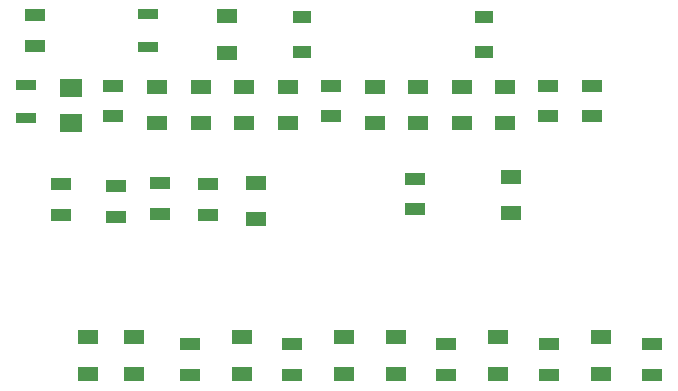
<source format=gbr>
%TF.GenerationSoftware,Altium Limited,Altium Designer,21.1.1 (26)*%
G04 Layer_Color=128*
%FSLAX26Y26*%
%MOIN*%
%TF.SameCoordinates,5075B572-C75D-40FD-B4B0-80468548393A*%
%TF.FilePolarity,Positive*%
%TF.FileFunction,Paste,Bot*%
%TF.Part,Single*%
G01*
G75*
%TA.AperFunction,SMDPad,CuDef*%
%ADD32R,0.066929X0.043307*%
%ADD33R,0.070866X0.051181*%
%ADD34R,0.059055X0.039370*%
%ADD35R,0.066929X0.037402*%
%ADD36R,0.074803X0.059055*%
D32*
X1430000Y1623820D02*
D03*
Y1726182D02*
D03*
X940000D02*
D03*
Y1623818D02*
D03*
X1840000Y2054962D02*
D03*
Y1952598D02*
D03*
X2120000Y1745000D02*
D03*
Y1642636D02*
D03*
X2565000Y2054962D02*
D03*
Y1952598D02*
D03*
X1115000D02*
D03*
Y2054962D02*
D03*
X855000Y2187600D02*
D03*
Y2289962D02*
D03*
X2910000Y1192406D02*
D03*
Y1090042D02*
D03*
X2225648Y1192404D02*
D03*
Y1090042D02*
D03*
X2567824Y1192406D02*
D03*
Y1090042D02*
D03*
X2710000Y2054962D02*
D03*
Y1952598D02*
D03*
X1269998Y1731182D02*
D03*
Y1628820D02*
D03*
X1125000Y1721182D02*
D03*
Y1618818D02*
D03*
X1712382Y1192406D02*
D03*
Y1090042D02*
D03*
X1370206Y1192406D02*
D03*
Y1090042D02*
D03*
D33*
X1261968Y2051026D02*
D03*
Y1928978D02*
D03*
X2440000Y1628976D02*
D03*
Y1751024D02*
D03*
X2421968Y1928978D02*
D03*
Y2051026D02*
D03*
X1551968Y1928978D02*
D03*
Y2051026D02*
D03*
X1696968Y1928978D02*
D03*
Y2051026D02*
D03*
X2131968Y1928978D02*
D03*
Y2051026D02*
D03*
X1495000Y2163976D02*
D03*
Y2286024D02*
D03*
X1406968Y1928978D02*
D03*
Y2051026D02*
D03*
X1590000Y1608978D02*
D03*
Y1731026D02*
D03*
X1885440Y1216026D02*
D03*
Y1093978D02*
D03*
X1030000Y1216026D02*
D03*
Y1093978D02*
D03*
X2276968Y1928978D02*
D03*
Y2051026D02*
D03*
X1543264Y1216026D02*
D03*
Y1093978D02*
D03*
X2398704Y1216026D02*
D03*
Y1093978D02*
D03*
X1986968Y2051026D02*
D03*
Y1928978D02*
D03*
X2740880Y1093978D02*
D03*
Y1216026D02*
D03*
X2056528Y1093978D02*
D03*
Y1216026D02*
D03*
X1185000Y1216024D02*
D03*
Y1093976D02*
D03*
D34*
X2350000Y2284056D02*
D03*
Y2165944D02*
D03*
X1745000Y2284056D02*
D03*
Y2165944D02*
D03*
D35*
X1230000Y2182678D02*
D03*
Y2292914D02*
D03*
X825000Y2057916D02*
D03*
Y1947680D02*
D03*
D36*
X973938Y2047088D02*
D03*
Y1928976D02*
D03*
%TF.MD5,c50ff2c4d27ae5f5e1b52626cfcc672f*%
M02*

</source>
